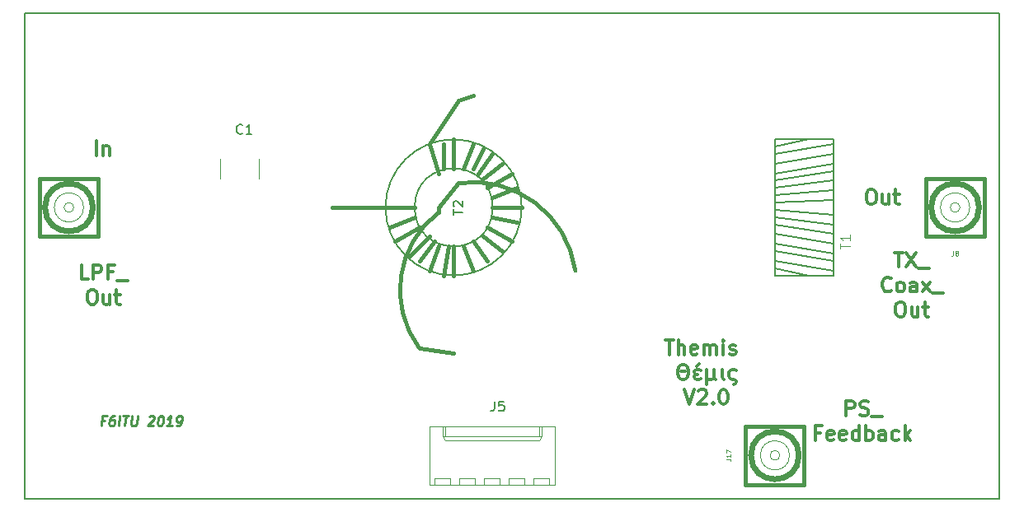
<source format=gto>
G04 #@! TF.GenerationSoftware,KiCad,Pcbnew,(5.0.2)-1*
G04 #@! TF.CreationDate,2019-03-14T16:57:05+01:00*
G04 #@! TF.ProjectId,Themis,5468656d-6973-42e6-9b69-6361645f7063,rev?*
G04 #@! TF.SameCoordinates,Original*
G04 #@! TF.FileFunction,Legend,Top*
G04 #@! TF.FilePolarity,Positive*
%FSLAX46Y46*%
G04 Gerber Fmt 4.6, Leading zero omitted, Abs format (unit mm)*
G04 Created by KiCad (PCBNEW (5.0.2)-1) date 14/03/2019 16:57:05*
%MOMM*%
%LPD*%
G01*
G04 APERTURE LIST*
%ADD10C,0.250000*%
%ADD11C,0.300000*%
%ADD12C,0.150000*%
%ADD13C,0.400000*%
%ADD14C,0.099060*%
%ADD15C,0.381000*%
%ADD16C,0.120000*%
%ADD17C,0.125000*%
%ADD18C,0.100000*%
G04 APERTURE END LIST*
D10*
X98195461Y-126928571D02*
X97862127Y-126928571D01*
X97796651Y-127452380D02*
X97921651Y-126452380D01*
X98397842Y-126452380D01*
X99207366Y-126452380D02*
X99016889Y-126452380D01*
X98915699Y-126500000D01*
X98862127Y-126547619D01*
X98749032Y-126690476D01*
X98677604Y-126880952D01*
X98629985Y-127261904D01*
X98665699Y-127357142D01*
X98707366Y-127404761D01*
X98796651Y-127452380D01*
X98987127Y-127452380D01*
X99088318Y-127404761D01*
X99141889Y-127357142D01*
X99201413Y-127261904D01*
X99231175Y-127023809D01*
X99195461Y-126928571D01*
X99153794Y-126880952D01*
X99064508Y-126833333D01*
X98874032Y-126833333D01*
X98772842Y-126880952D01*
X98719270Y-126928571D01*
X98659747Y-127023809D01*
X99606175Y-127452380D02*
X99731175Y-126452380D01*
X100064508Y-126452380D02*
X100635937Y-126452380D01*
X100225223Y-127452380D02*
X100350223Y-126452380D01*
X100969270Y-126452380D02*
X100868080Y-127261904D01*
X100903794Y-127357142D01*
X100945461Y-127404761D01*
X101034747Y-127452380D01*
X101225223Y-127452380D01*
X101326413Y-127404761D01*
X101379985Y-127357142D01*
X101439508Y-127261904D01*
X101540699Y-126452380D01*
X102719270Y-126547619D02*
X102772842Y-126500000D01*
X102874032Y-126452380D01*
X103112127Y-126452380D01*
X103201413Y-126500000D01*
X103243080Y-126547619D01*
X103278794Y-126642857D01*
X103266889Y-126738095D01*
X103201413Y-126880952D01*
X102558556Y-127452380D01*
X103177604Y-127452380D01*
X103921651Y-126452380D02*
X104016889Y-126452380D01*
X104106175Y-126500000D01*
X104147842Y-126547619D01*
X104183556Y-126642857D01*
X104207366Y-126833333D01*
X104177604Y-127071428D01*
X104106175Y-127261904D01*
X104046651Y-127357142D01*
X103993080Y-127404761D01*
X103891889Y-127452380D01*
X103796651Y-127452380D01*
X103707366Y-127404761D01*
X103665699Y-127357142D01*
X103629985Y-127261904D01*
X103606175Y-127071428D01*
X103635937Y-126833333D01*
X103707366Y-126642857D01*
X103766889Y-126547619D01*
X103820461Y-126500000D01*
X103921651Y-126452380D01*
X105082366Y-127452380D02*
X104510937Y-127452380D01*
X104796651Y-127452380D02*
X104921651Y-126452380D01*
X104808556Y-126595238D01*
X104701413Y-126690476D01*
X104600223Y-126738095D01*
X105558556Y-127452380D02*
X105749032Y-127452380D01*
X105850223Y-127404761D01*
X105903794Y-127357142D01*
X106016889Y-127214285D01*
X106088318Y-127023809D01*
X106135937Y-126642857D01*
X106100223Y-126547619D01*
X106058556Y-126500000D01*
X105969270Y-126452380D01*
X105778794Y-126452380D01*
X105677604Y-126500000D01*
X105624032Y-126547619D01*
X105564508Y-126642857D01*
X105534747Y-126880952D01*
X105570461Y-126976190D01*
X105612127Y-127023809D01*
X105701413Y-127071428D01*
X105891889Y-127071428D01*
X105993080Y-127023809D01*
X106046651Y-126976190D01*
X106106175Y-126880952D01*
D11*
X176750000Y-103178571D02*
X177035714Y-103178571D01*
X177178571Y-103250000D01*
X177321428Y-103392857D01*
X177392857Y-103678571D01*
X177392857Y-104178571D01*
X177321428Y-104464285D01*
X177178571Y-104607142D01*
X177035714Y-104678571D01*
X176750000Y-104678571D01*
X176607142Y-104607142D01*
X176464285Y-104464285D01*
X176392857Y-104178571D01*
X176392857Y-103678571D01*
X176464285Y-103392857D01*
X176607142Y-103250000D01*
X176750000Y-103178571D01*
X178678571Y-103678571D02*
X178678571Y-104678571D01*
X178035714Y-103678571D02*
X178035714Y-104464285D01*
X178107142Y-104607142D01*
X178250000Y-104678571D01*
X178464285Y-104678571D01*
X178607142Y-104607142D01*
X178678571Y-104535714D01*
X179178571Y-103678571D02*
X179750000Y-103678571D01*
X179392857Y-103178571D02*
X179392857Y-104464285D01*
X179464285Y-104607142D01*
X179607142Y-104678571D01*
X179750000Y-104678571D01*
X97321428Y-99678571D02*
X97321428Y-98178571D01*
X98035714Y-98678571D02*
X98035714Y-99678571D01*
X98035714Y-98821428D02*
X98107142Y-98750000D01*
X98250000Y-98678571D01*
X98464285Y-98678571D01*
X98607142Y-98750000D01*
X98678571Y-98892857D01*
X98678571Y-99678571D01*
X155714285Y-118628571D02*
X156571428Y-118628571D01*
X156142857Y-120128571D02*
X156142857Y-118628571D01*
X157071428Y-120128571D02*
X157071428Y-118628571D01*
X157714285Y-120128571D02*
X157714285Y-119342857D01*
X157642857Y-119200000D01*
X157500000Y-119128571D01*
X157285714Y-119128571D01*
X157142857Y-119200000D01*
X157071428Y-119271428D01*
X159000000Y-120057142D02*
X158857142Y-120128571D01*
X158571428Y-120128571D01*
X158428571Y-120057142D01*
X158357142Y-119914285D01*
X158357142Y-119342857D01*
X158428571Y-119200000D01*
X158571428Y-119128571D01*
X158857142Y-119128571D01*
X159000000Y-119200000D01*
X159071428Y-119342857D01*
X159071428Y-119485714D01*
X158357142Y-119628571D01*
X159714285Y-120128571D02*
X159714285Y-119128571D01*
X159714285Y-119271428D02*
X159785714Y-119200000D01*
X159928571Y-119128571D01*
X160142857Y-119128571D01*
X160285714Y-119200000D01*
X160357142Y-119342857D01*
X160357142Y-120128571D01*
X160357142Y-119342857D02*
X160428571Y-119200000D01*
X160571428Y-119128571D01*
X160785714Y-119128571D01*
X160928571Y-119200000D01*
X161000000Y-119342857D01*
X161000000Y-120128571D01*
X161714285Y-120128571D02*
X161714285Y-119128571D01*
X161714285Y-118628571D02*
X161642857Y-118700000D01*
X161714285Y-118771428D01*
X161785714Y-118700000D01*
X161714285Y-118628571D01*
X161714285Y-118771428D01*
X162357142Y-120057142D02*
X162500000Y-120128571D01*
X162785714Y-120128571D01*
X162928571Y-120057142D01*
X163000000Y-119914285D01*
X163000000Y-119842857D01*
X162928571Y-119700000D01*
X162785714Y-119628571D01*
X162571428Y-119628571D01*
X162428571Y-119557142D01*
X162357142Y-119414285D01*
X162357142Y-119342857D01*
X162428571Y-119200000D01*
X162571428Y-119128571D01*
X162785714Y-119128571D01*
X162928571Y-119200000D01*
X157357142Y-121892857D02*
X157785714Y-121892857D01*
X157428571Y-121178571D02*
X157714285Y-121178571D01*
X157857142Y-121250000D01*
X158000000Y-121392857D01*
X158071428Y-121535714D01*
X158142857Y-121750000D01*
X158142857Y-122107142D01*
X158071428Y-122321428D01*
X158000000Y-122464285D01*
X157857142Y-122607142D01*
X157714285Y-122678571D01*
X157428571Y-122678571D01*
X157285714Y-122607142D01*
X157142857Y-122464285D01*
X157071428Y-122321428D01*
X157000000Y-122107142D01*
X157000000Y-121750000D01*
X157071428Y-121535714D01*
X157142857Y-121392857D01*
X157285714Y-121250000D01*
X157428571Y-121178571D01*
X158928571Y-122178571D02*
X158785714Y-122250000D01*
X158714285Y-122392857D01*
X158714285Y-122464285D01*
X158785714Y-122607142D01*
X158928571Y-122678571D01*
X159214285Y-122678571D01*
X159357142Y-122607142D01*
X159071428Y-122178571D02*
X158928571Y-122178571D01*
X158785714Y-122107142D01*
X158714285Y-121964285D01*
X158714285Y-121892857D01*
X158785714Y-121750000D01*
X158928571Y-121678571D01*
X159214285Y-121678571D01*
X159357142Y-121750000D01*
X159214285Y-121107142D02*
X159000000Y-121321428D01*
X160000000Y-121678571D02*
X160000000Y-123178571D01*
X160714285Y-122464285D02*
X160785714Y-122607142D01*
X160928571Y-122678571D01*
X160000000Y-122464285D02*
X160071428Y-122607142D01*
X160214285Y-122678571D01*
X160500000Y-122678571D01*
X160642857Y-122607142D01*
X160714285Y-122464285D01*
X160714285Y-121678571D01*
X161571428Y-121678571D02*
X161571428Y-122464285D01*
X161642857Y-122607142D01*
X161785714Y-122678571D01*
X163000000Y-121750000D02*
X162857142Y-121678571D01*
X162571428Y-121678571D01*
X162428571Y-121750000D01*
X162357142Y-121821428D01*
X162285714Y-121964285D01*
X162285714Y-122392857D01*
X162357142Y-122535714D01*
X162428571Y-122607142D01*
X162571428Y-122678571D01*
X162785714Y-122678571D01*
X162928571Y-122750000D01*
X163000000Y-122892857D01*
X163000000Y-122964285D01*
X162928571Y-123107142D01*
X162785714Y-123178571D01*
X157714285Y-123728571D02*
X158214285Y-125228571D01*
X158714285Y-123728571D01*
X159142857Y-123871428D02*
X159214285Y-123800000D01*
X159357142Y-123728571D01*
X159714285Y-123728571D01*
X159857142Y-123800000D01*
X159928571Y-123871428D01*
X160000000Y-124014285D01*
X160000000Y-124157142D01*
X159928571Y-124371428D01*
X159071428Y-125228571D01*
X160000000Y-125228571D01*
X160642857Y-125085714D02*
X160714285Y-125157142D01*
X160642857Y-125228571D01*
X160571428Y-125157142D01*
X160642857Y-125085714D01*
X160642857Y-125228571D01*
X161642857Y-123728571D02*
X161785714Y-123728571D01*
X161928571Y-123800000D01*
X162000000Y-123871428D01*
X162071428Y-124014285D01*
X162142857Y-124300000D01*
X162142857Y-124657142D01*
X162071428Y-124942857D01*
X162000000Y-125085714D01*
X161928571Y-125157142D01*
X161785714Y-125228571D01*
X161642857Y-125228571D01*
X161500000Y-125157142D01*
X161428571Y-125085714D01*
X161357142Y-124942857D01*
X161285714Y-124657142D01*
X161285714Y-124300000D01*
X161357142Y-124014285D01*
X161428571Y-123871428D01*
X161500000Y-123800000D01*
X161642857Y-123728571D01*
X179285714Y-109628571D02*
X180142857Y-109628571D01*
X179714285Y-111128571D02*
X179714285Y-109628571D01*
X180500000Y-109628571D02*
X181500000Y-111128571D01*
X181500000Y-109628571D02*
X180500000Y-111128571D01*
X181714285Y-111271428D02*
X182857142Y-111271428D01*
X178928571Y-113535714D02*
X178857142Y-113607142D01*
X178642857Y-113678571D01*
X178500000Y-113678571D01*
X178285714Y-113607142D01*
X178142857Y-113464285D01*
X178071428Y-113321428D01*
X178000000Y-113035714D01*
X178000000Y-112821428D01*
X178071428Y-112535714D01*
X178142857Y-112392857D01*
X178285714Y-112250000D01*
X178500000Y-112178571D01*
X178642857Y-112178571D01*
X178857142Y-112250000D01*
X178928571Y-112321428D01*
X179785714Y-113678571D02*
X179642857Y-113607142D01*
X179571428Y-113535714D01*
X179500000Y-113392857D01*
X179500000Y-112964285D01*
X179571428Y-112821428D01*
X179642857Y-112750000D01*
X179785714Y-112678571D01*
X180000000Y-112678571D01*
X180142857Y-112750000D01*
X180214285Y-112821428D01*
X180285714Y-112964285D01*
X180285714Y-113392857D01*
X180214285Y-113535714D01*
X180142857Y-113607142D01*
X180000000Y-113678571D01*
X179785714Y-113678571D01*
X181571428Y-113678571D02*
X181571428Y-112892857D01*
X181500000Y-112750000D01*
X181357142Y-112678571D01*
X181071428Y-112678571D01*
X180928571Y-112750000D01*
X181571428Y-113607142D02*
X181428571Y-113678571D01*
X181071428Y-113678571D01*
X180928571Y-113607142D01*
X180857142Y-113464285D01*
X180857142Y-113321428D01*
X180928571Y-113178571D01*
X181071428Y-113107142D01*
X181428571Y-113107142D01*
X181571428Y-113035714D01*
X182142857Y-113678571D02*
X182928571Y-112678571D01*
X182142857Y-112678571D02*
X182928571Y-113678571D01*
X183142857Y-113821428D02*
X184285714Y-113821428D01*
X179750000Y-114728571D02*
X180035714Y-114728571D01*
X180178571Y-114800000D01*
X180321428Y-114942857D01*
X180392857Y-115228571D01*
X180392857Y-115728571D01*
X180321428Y-116014285D01*
X180178571Y-116157142D01*
X180035714Y-116228571D01*
X179750000Y-116228571D01*
X179607142Y-116157142D01*
X179464285Y-116014285D01*
X179392857Y-115728571D01*
X179392857Y-115228571D01*
X179464285Y-114942857D01*
X179607142Y-114800000D01*
X179750000Y-114728571D01*
X181678571Y-115228571D02*
X181678571Y-116228571D01*
X181035714Y-115228571D02*
X181035714Y-116014285D01*
X181107142Y-116157142D01*
X181250000Y-116228571D01*
X181464285Y-116228571D01*
X181607142Y-116157142D01*
X181678571Y-116085714D01*
X182178571Y-115228571D02*
X182750000Y-115228571D01*
X182392857Y-114728571D02*
X182392857Y-116014285D01*
X182464285Y-116157142D01*
X182607142Y-116228571D01*
X182750000Y-116228571D01*
X96500000Y-112403571D02*
X95785714Y-112403571D01*
X95785714Y-110903571D01*
X97000000Y-112403571D02*
X97000000Y-110903571D01*
X97571428Y-110903571D01*
X97714285Y-110975000D01*
X97785714Y-111046428D01*
X97857142Y-111189285D01*
X97857142Y-111403571D01*
X97785714Y-111546428D01*
X97714285Y-111617857D01*
X97571428Y-111689285D01*
X97000000Y-111689285D01*
X99000000Y-111617857D02*
X98500000Y-111617857D01*
X98500000Y-112403571D02*
X98500000Y-110903571D01*
X99214285Y-110903571D01*
X99428571Y-112546428D02*
X100571428Y-112546428D01*
X96750000Y-113453571D02*
X97035714Y-113453571D01*
X97178571Y-113525000D01*
X97321428Y-113667857D01*
X97392857Y-113953571D01*
X97392857Y-114453571D01*
X97321428Y-114739285D01*
X97178571Y-114882142D01*
X97035714Y-114953571D01*
X96750000Y-114953571D01*
X96607142Y-114882142D01*
X96464285Y-114739285D01*
X96392857Y-114453571D01*
X96392857Y-113953571D01*
X96464285Y-113667857D01*
X96607142Y-113525000D01*
X96750000Y-113453571D01*
X98678571Y-113953571D02*
X98678571Y-114953571D01*
X98035714Y-113953571D02*
X98035714Y-114739285D01*
X98107142Y-114882142D01*
X98250000Y-114953571D01*
X98464285Y-114953571D01*
X98607142Y-114882142D01*
X98678571Y-114810714D01*
X99178571Y-113953571D02*
X99750000Y-113953571D01*
X99392857Y-113453571D02*
X99392857Y-114739285D01*
X99464285Y-114882142D01*
X99607142Y-114953571D01*
X99750000Y-114953571D01*
X174321428Y-126403571D02*
X174321428Y-124903571D01*
X174892857Y-124903571D01*
X175035714Y-124975000D01*
X175107142Y-125046428D01*
X175178571Y-125189285D01*
X175178571Y-125403571D01*
X175107142Y-125546428D01*
X175035714Y-125617857D01*
X174892857Y-125689285D01*
X174321428Y-125689285D01*
X175750000Y-126332142D02*
X175964285Y-126403571D01*
X176321428Y-126403571D01*
X176464285Y-126332142D01*
X176535714Y-126260714D01*
X176607142Y-126117857D01*
X176607142Y-125975000D01*
X176535714Y-125832142D01*
X176464285Y-125760714D01*
X176321428Y-125689285D01*
X176035714Y-125617857D01*
X175892857Y-125546428D01*
X175821428Y-125475000D01*
X175750000Y-125332142D01*
X175750000Y-125189285D01*
X175821428Y-125046428D01*
X175892857Y-124975000D01*
X176035714Y-124903571D01*
X176392857Y-124903571D01*
X176607142Y-124975000D01*
X176892857Y-126546428D02*
X178035714Y-126546428D01*
X171642857Y-128167857D02*
X171142857Y-128167857D01*
X171142857Y-128953571D02*
X171142857Y-127453571D01*
X171857142Y-127453571D01*
X173000000Y-128882142D02*
X172857142Y-128953571D01*
X172571428Y-128953571D01*
X172428571Y-128882142D01*
X172357142Y-128739285D01*
X172357142Y-128167857D01*
X172428571Y-128025000D01*
X172571428Y-127953571D01*
X172857142Y-127953571D01*
X173000000Y-128025000D01*
X173071428Y-128167857D01*
X173071428Y-128310714D01*
X172357142Y-128453571D01*
X174285714Y-128882142D02*
X174142857Y-128953571D01*
X173857142Y-128953571D01*
X173714285Y-128882142D01*
X173642857Y-128739285D01*
X173642857Y-128167857D01*
X173714285Y-128025000D01*
X173857142Y-127953571D01*
X174142857Y-127953571D01*
X174285714Y-128025000D01*
X174357142Y-128167857D01*
X174357142Y-128310714D01*
X173642857Y-128453571D01*
X175642857Y-128953571D02*
X175642857Y-127453571D01*
X175642857Y-128882142D02*
X175500000Y-128953571D01*
X175214285Y-128953571D01*
X175071428Y-128882142D01*
X175000000Y-128810714D01*
X174928571Y-128667857D01*
X174928571Y-128239285D01*
X175000000Y-128096428D01*
X175071428Y-128025000D01*
X175214285Y-127953571D01*
X175500000Y-127953571D01*
X175642857Y-128025000D01*
X176357142Y-128953571D02*
X176357142Y-127453571D01*
X176357142Y-128025000D02*
X176500000Y-127953571D01*
X176785714Y-127953571D01*
X176928571Y-128025000D01*
X177000000Y-128096428D01*
X177071428Y-128239285D01*
X177071428Y-128667857D01*
X177000000Y-128810714D01*
X176928571Y-128882142D01*
X176785714Y-128953571D01*
X176500000Y-128953571D01*
X176357142Y-128882142D01*
X178357142Y-128953571D02*
X178357142Y-128167857D01*
X178285714Y-128025000D01*
X178142857Y-127953571D01*
X177857142Y-127953571D01*
X177714285Y-128025000D01*
X178357142Y-128882142D02*
X178214285Y-128953571D01*
X177857142Y-128953571D01*
X177714285Y-128882142D01*
X177642857Y-128739285D01*
X177642857Y-128596428D01*
X177714285Y-128453571D01*
X177857142Y-128382142D01*
X178214285Y-128382142D01*
X178357142Y-128310714D01*
X179714285Y-128882142D02*
X179571428Y-128953571D01*
X179285714Y-128953571D01*
X179142857Y-128882142D01*
X179071428Y-128810714D01*
X179000000Y-128667857D01*
X179000000Y-128239285D01*
X179071428Y-128096428D01*
X179142857Y-128025000D01*
X179285714Y-127953571D01*
X179571428Y-127953571D01*
X179714285Y-128025000D01*
X180357142Y-128953571D02*
X180357142Y-127453571D01*
X180500000Y-128382142D02*
X180928571Y-128953571D01*
X180928571Y-127953571D02*
X180357142Y-128525000D01*
D12*
X90000000Y-135000000D02*
X90000000Y-85000000D01*
X190000000Y-135000000D02*
X90000000Y-135000000D01*
X190000000Y-85000000D02*
X190000000Y-135000000D01*
X90000000Y-85000000D02*
X190000000Y-85000000D01*
D13*
G04 #@! TO.C,T2*
X132500000Y-105000000D02*
X132500000Y-105500000D01*
X132500000Y-105000000D02*
X134500000Y-102500000D01*
X130500000Y-119500000D02*
X134000000Y-120000000D01*
X132500000Y-105500000D02*
G75*
G03X130500000Y-119500000I6000000J-8000000D01*
G01*
X146500000Y-111500000D02*
G75*
G03X134500000Y-102500000I-10500000J-1500000D01*
G01*
X132000000Y-108500000D02*
X130500000Y-110500000D01*
X133500000Y-109000000D02*
X133000000Y-112000000D01*
X133000000Y-101000000D02*
X133000000Y-98500000D01*
X137000000Y-99000000D02*
X136000000Y-101000000D01*
X135000000Y-101000000D02*
X136000000Y-98500000D01*
X137000000Y-102000000D02*
X139000000Y-100500000D01*
X138000000Y-104000000D02*
X140500000Y-103000000D01*
X137500000Y-103000000D02*
X140000000Y-101500000D01*
X136500000Y-101500000D02*
X138000000Y-99500000D01*
X138000000Y-106000000D02*
X140500000Y-106500000D01*
X137500000Y-107000000D02*
X140000000Y-108500000D01*
X136000000Y-108500000D02*
X137500000Y-110500000D01*
X135000000Y-109000000D02*
X136000000Y-111500000D01*
X132500000Y-109000000D02*
X131500000Y-111500000D01*
X130500000Y-107000000D02*
X128000000Y-108500000D01*
X131500000Y-108000000D02*
X129500000Y-110000000D01*
X137000000Y-108000000D02*
X139000000Y-109500000D01*
X132500000Y-101500000D02*
X131500000Y-98500000D01*
X131500000Y-98500000D02*
X134500000Y-94000000D01*
X134500000Y-94000000D02*
X136000000Y-93500000D01*
X134000000Y-101000000D02*
X134000000Y-98000000D01*
X141000000Y-105000000D02*
X138000000Y-105000000D01*
X134000000Y-109000000D02*
X134000000Y-112000000D01*
X130000000Y-106000000D02*
X127500000Y-107000000D01*
X130000000Y-105000000D02*
X121500000Y-105000000D01*
D12*
X141000000Y-105000000D02*
G75*
G03X141000000Y-105000000I-7000000J0D01*
G01*
X138000000Y-105000000D02*
G75*
G03X138000000Y-105000000I-4000000J0D01*
G01*
G04 #@! TO.C,T1*
X167000000Y-111250000D02*
X170500000Y-112000000D01*
X167000000Y-110500000D02*
X173000000Y-111500000D01*
X167000000Y-109500000D02*
X173000000Y-110500000D01*
X167000000Y-108750000D02*
X173000000Y-109750000D01*
X167000000Y-107750000D02*
X173000000Y-108750000D01*
X167000000Y-106750000D02*
X173000000Y-107750000D01*
X167000000Y-106000000D02*
X173000000Y-106750000D01*
X167000000Y-98750000D02*
X170500000Y-98000000D01*
X167000000Y-99500000D02*
X173000000Y-98500000D01*
X167000000Y-100500000D02*
X173000000Y-99500000D01*
X167000000Y-101500000D02*
X173000000Y-100500000D01*
X167000000Y-102250000D02*
X173000000Y-101250000D01*
X167000000Y-103000000D02*
X173000000Y-102250000D01*
X167000000Y-103750000D02*
X173000000Y-103250000D01*
X167000000Y-105250000D02*
X173000000Y-105750000D01*
X167000000Y-104500000D02*
X173000000Y-104250000D01*
X167000000Y-105000000D02*
X167000000Y-98000000D01*
X167000000Y-98000000D02*
X173000000Y-98000000D01*
X173000000Y-98000000D02*
X173000000Y-112000000D01*
X173000000Y-112000000D02*
X167000000Y-112000000D01*
X167000000Y-112000000D02*
X167000000Y-105000000D01*
D14*
G04 #@! TO.C,J7*
X95000380Y-105000000D02*
G75*
G03X95000380Y-105000000I-500380J0D01*
G01*
X96001140Y-105000000D02*
G75*
G03X96001140Y-105000000I-1501140J0D01*
G01*
D15*
X97048957Y-105000000D02*
G75*
G03X97048957Y-105000000I-2548957J0D01*
G01*
X91500260Y-102000260D02*
X97499740Y-102000260D01*
X97499740Y-102000260D02*
X97499740Y-107999740D01*
X97499740Y-107999740D02*
X91500260Y-107999740D01*
X91500260Y-107999740D02*
X91500260Y-102000260D01*
X96871904Y-105000000D02*
G75*
G03X96871904Y-105000000I-2371904J0D01*
G01*
D16*
G04 #@! TO.C,C1*
X113988000Y-102000000D02*
X113988000Y-100000000D01*
X110012000Y-100000000D02*
X110012000Y-102000000D01*
G04 #@! TO.C,J5*
X144410000Y-133520000D02*
X144410000Y-127520000D01*
X144410000Y-127520000D02*
X131510000Y-127520000D01*
X131510000Y-127520000D02*
X131510000Y-133520000D01*
X131510000Y-133520000D02*
X144410000Y-133520000D01*
X143040000Y-127520000D02*
X143040000Y-128520000D01*
X143040000Y-128520000D02*
X132880000Y-128520000D01*
X132880000Y-128520000D02*
X132880000Y-127520000D01*
X143040000Y-128520000D02*
X142790000Y-128950000D01*
X142790000Y-128950000D02*
X133130000Y-128950000D01*
X133130000Y-128950000D02*
X132880000Y-128520000D01*
X142790000Y-127520000D02*
X142790000Y-128520000D01*
X133130000Y-127520000D02*
X133130000Y-128520000D01*
X143840000Y-133520000D02*
X143840000Y-132900000D01*
X143840000Y-132900000D02*
X142240000Y-132900000D01*
X142240000Y-132900000D02*
X142240000Y-133520000D01*
X141300000Y-133520000D02*
X141300000Y-132900000D01*
X141300000Y-132900000D02*
X139700000Y-132900000D01*
X139700000Y-132900000D02*
X139700000Y-133520000D01*
X138760000Y-133520000D02*
X138760000Y-132900000D01*
X138760000Y-132900000D02*
X137160000Y-132900000D01*
X137160000Y-132900000D02*
X137160000Y-133520000D01*
X136220000Y-133520000D02*
X136220000Y-132900000D01*
X136220000Y-132900000D02*
X134620000Y-132900000D01*
X134620000Y-132900000D02*
X134620000Y-133520000D01*
X133680000Y-133520000D02*
X133680000Y-132900000D01*
X133680000Y-132900000D02*
X132080000Y-132900000D01*
X132080000Y-132900000D02*
X132080000Y-133520000D01*
D14*
G04 #@! TO.C,J8*
X186000380Y-105000000D02*
G75*
G03X186000380Y-105000000I-500380J0D01*
G01*
X187001140Y-105000000D02*
G75*
G03X187001140Y-105000000I-1501140J0D01*
G01*
D15*
X188048957Y-105000000D02*
G75*
G03X188048957Y-105000000I-2548957J0D01*
G01*
X182500260Y-102000260D02*
X188499740Y-102000260D01*
X188499740Y-102000260D02*
X188499740Y-107999740D01*
X188499740Y-107999740D02*
X182500260Y-107999740D01*
X182500260Y-107999740D02*
X182500260Y-102000260D01*
X187871904Y-105000000D02*
G75*
G03X187871904Y-105000000I-2371904J0D01*
G01*
D14*
G04 #@! TO.C,J17*
X167500380Y-130500000D02*
G75*
G03X167500380Y-130500000I-500380J0D01*
G01*
X168501140Y-130500000D02*
G75*
G03X168501140Y-130500000I-1501140J0D01*
G01*
D15*
X169548957Y-130500000D02*
G75*
G03X169548957Y-130500000I-2548957J0D01*
G01*
X169999740Y-127500260D02*
X169999740Y-133499740D01*
X169999740Y-133499740D02*
X164000260Y-133499740D01*
X164000260Y-133499740D02*
X164000260Y-127500260D01*
X164000260Y-127500260D02*
X169999740Y-127500260D01*
X169371904Y-130500000D02*
G75*
G03X169371904Y-130500000I-2371904J0D01*
G01*
G04 #@! TD*
G04 #@! TO.C,T2*
D12*
X133952380Y-105761904D02*
X133952380Y-105190476D01*
X134952380Y-105476190D02*
X133952380Y-105476190D01*
X134047619Y-104904761D02*
X134000000Y-104857142D01*
X133952380Y-104761904D01*
X133952380Y-104523809D01*
X134000000Y-104428571D01*
X134047619Y-104380952D01*
X134142857Y-104333333D01*
X134238095Y-104333333D01*
X134380952Y-104380952D01*
X134952380Y-104952380D01*
X134952380Y-104333333D01*
G04 #@! TO.C,T1*
D17*
X173702380Y-109261904D02*
X173702380Y-108690476D01*
X174702380Y-108976190D02*
X173702380Y-108976190D01*
X174702380Y-107833333D02*
X174702380Y-108404761D01*
X174702380Y-108119047D02*
X173702380Y-108119047D01*
X173845238Y-108214285D01*
X173940476Y-108309523D01*
X173988095Y-108404761D01*
G04 #@! TO.C,C1*
D12*
X112333333Y-97357142D02*
X112285714Y-97404761D01*
X112142857Y-97452380D01*
X112047619Y-97452380D01*
X111904761Y-97404761D01*
X111809523Y-97309523D01*
X111761904Y-97214285D01*
X111714285Y-97023809D01*
X111714285Y-96880952D01*
X111761904Y-96690476D01*
X111809523Y-96595238D01*
X111904761Y-96500000D01*
X112047619Y-96452380D01*
X112142857Y-96452380D01*
X112285714Y-96500000D01*
X112333333Y-96547619D01*
X113285714Y-97452380D02*
X112714285Y-97452380D01*
X113000000Y-97452380D02*
X113000000Y-96452380D01*
X112904761Y-96595238D01*
X112809523Y-96690476D01*
X112714285Y-96738095D01*
G04 #@! TO.C,J5*
X138206666Y-124952380D02*
X138206666Y-125666666D01*
X138159047Y-125809523D01*
X138063809Y-125904761D01*
X137920952Y-125952380D01*
X137825714Y-125952380D01*
X139159047Y-124952380D02*
X138682857Y-124952380D01*
X138635238Y-125428571D01*
X138682857Y-125380952D01*
X138778095Y-125333333D01*
X139016190Y-125333333D01*
X139111428Y-125380952D01*
X139159047Y-125428571D01*
X139206666Y-125523809D01*
X139206666Y-125761904D01*
X139159047Y-125857142D01*
X139111428Y-125904761D01*
X139016190Y-125952380D01*
X138778095Y-125952380D01*
X138682857Y-125904761D01*
X138635238Y-125857142D01*
G04 #@! TO.C,J8*
D18*
X185333333Y-109476190D02*
X185333333Y-109833333D01*
X185309523Y-109904761D01*
X185261904Y-109952380D01*
X185190476Y-109976190D01*
X185142857Y-109976190D01*
X185642857Y-109690476D02*
X185595238Y-109666666D01*
X185571428Y-109642857D01*
X185547619Y-109595238D01*
X185547619Y-109571428D01*
X185571428Y-109523809D01*
X185595238Y-109500000D01*
X185642857Y-109476190D01*
X185738095Y-109476190D01*
X185785714Y-109500000D01*
X185809523Y-109523809D01*
X185833333Y-109571428D01*
X185833333Y-109595238D01*
X185809523Y-109642857D01*
X185785714Y-109666666D01*
X185738095Y-109690476D01*
X185642857Y-109690476D01*
X185595238Y-109714285D01*
X185571428Y-109738095D01*
X185547619Y-109785714D01*
X185547619Y-109880952D01*
X185571428Y-109928571D01*
X185595238Y-109952380D01*
X185642857Y-109976190D01*
X185738095Y-109976190D01*
X185785714Y-109952380D01*
X185809523Y-109928571D01*
X185833333Y-109880952D01*
X185833333Y-109785714D01*
X185809523Y-109738095D01*
X185785714Y-109714285D01*
X185738095Y-109690476D01*
G04 #@! TO.C,J17*
X161976190Y-130904761D02*
X162333333Y-130904761D01*
X162404761Y-130928571D01*
X162452380Y-130976190D01*
X162476190Y-131047619D01*
X162476190Y-131095238D01*
X162476190Y-130404761D02*
X162476190Y-130690476D01*
X162476190Y-130547619D02*
X161976190Y-130547619D01*
X162047619Y-130595238D01*
X162095238Y-130642857D01*
X162119047Y-130690476D01*
X161976190Y-130238095D02*
X161976190Y-129904761D01*
X162476190Y-130119047D01*
G04 #@! TD*
M02*

</source>
